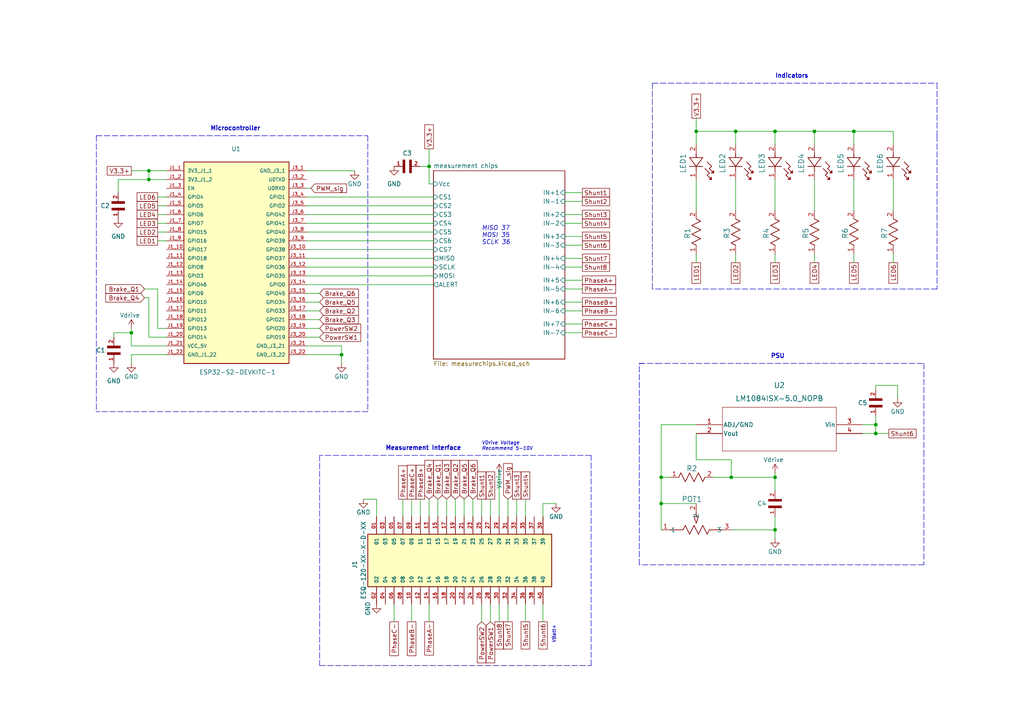
<source format=kicad_sch>
(kicad_sch (version 20230121) (generator eeschema)
  (paper "A4")
  (lib_symbols
    (symbol "3296Y-1-502LF:3296Y-1-502LF" (pin_names (offset 0.254))
      (property "Reference" "R" (at 10.795 -3.175 0))
      (property "Value" "3296Y-1-502LF" (at 10.795 -6.35 0))
      (symbol "3296Y-1-502LF_1_1"
        (polyline (pts (xy 2.54 0) (xy 6.35 0)) (stroke (width 0.2032)))
        (polyline (pts (xy 6.35 0) (xy 6.985 1.27)) (stroke (width 0.2032)))
        (polyline (pts (xy 6.985 1.27) (xy 8.255 -1.27)) (stroke (width 0.2032)))
        (polyline (pts (xy 8.255 -1.27) (xy 9.525 1.27)) (stroke (width 0.2032)))
        (polyline (pts (xy 9.525 1.27) (xy 10.795 -1.27)) (stroke (width 0.2032)))
        (polyline (pts (xy 9.525 3.81) (xy 10.16 1.905)) (stroke (width 0.2032)))
        (polyline (pts (xy 9.525 3.81) (xy 10.795 3.81)) (stroke (width 0.2032)))
        (polyline (pts (xy 10.16 3.81) (xy 10.16 5.08)) (stroke (width 0.2032)))
        (polyline (pts (xy 10.795 -1.27) (xy 12.065 1.27)) (stroke (width 0.2032)))
        (polyline (pts (xy 10.795 3.81) (xy 10.16 1.905)) (stroke (width 0.2032)))
        (polyline (pts (xy 12.065 1.27) (xy 13.335 -1.27)) (stroke (width 0.2032)))
        (polyline (pts (xy 13.335 -1.27) (xy 13.97 0)) (stroke (width 0.2032)))
        (polyline (pts (xy 13.97 0) (xy 17.78 0)) (stroke (width 0.2032)))
        (pin unspecified line (at 0 0 0) (length 2.54) (name "1") (number "1"))
        (pin unspecified line (at 10.16 7.62 270) (length 2.54) (name "2") (number "2"))
        (pin unspecified line (at 20.32 0 180) (length 2.54) (name "3") (number "3"))
      )
      (symbol "3296Y-1-502LF_1_2"
        (polyline (pts (xy -3.81 -10.795) (xy -3.81 -9.525)) (stroke (width 0.2032)))
        (polyline (pts (xy -3.81 -10.795) (xy -1.905 -10.16)) (stroke (width 0.2032)))
        (polyline (pts (xy -3.81 -10.16) (xy -5.08 -10.16)) (stroke (width 0.2032)))
        (polyline (pts (xy -3.81 -9.525) (xy -1.905 -10.16)) (stroke (width 0.2032)))
        (polyline (pts (xy -1.27 -13.335) (xy 1.27 -12.065)) (stroke (width 0.2032)))
        (polyline (pts (xy -1.27 -10.795) (xy 1.27 -9.525)) (stroke (width 0.2032)))
        (polyline (pts (xy -1.27 -8.255) (xy 1.27 -6.985)) (stroke (width 0.2032)))
        (polyline (pts (xy 0 -17.78) (xy 0 -13.97)) (stroke (width 0.2032)))
        (polyline (pts (xy 0 -13.97) (xy -1.27 -13.335)) (stroke (width 0.2032)))
        (polyline (pts (xy 0 -6.35) (xy 0 -2.54)) (stroke (width 0.2032)))
        (polyline (pts (xy 1.27 -12.065) (xy -1.27 -10.795)) (stroke (width 0.2032)))
        (polyline (pts (xy 1.27 -9.525) (xy -1.27 -8.255)) (stroke (width 0.2032)))
        (polyline (pts (xy 1.27 -6.985) (xy 0 -6.35)) (stroke (width 0.2032)))
        (pin unspecified line (at 0 0 270) (length 2.54) (name "1") (number "1"))
        (pin unspecified line (at -7.62 -10.16 0) (length 2.54) (name "2") (number "2"))
        (pin unspecified line (at 0 -20.32 90) (length 2.54) (name "3") (number "3"))
      )
    )
    (symbol "CRCW04021K00FKED:CRCW04021K00FKED" (pin_names (offset 0.254))
      (property "Reference" "R" (at 5.715 3.81 0))
      (property "Value" "CRCW04021K00FKED" (at 6.35 -3.81 0))
      (symbol "CRCW04021K00FKED_1_1"
        (polyline (pts (xy 2.54 0) (xy 3.175 1.27)) (stroke (width 0.2032)))
        (polyline (pts (xy 3.175 1.27) (xy 4.445 -1.27)) (stroke (width 0.2032)))
        (polyline (pts (xy 4.445 -1.27) (xy 5.715 1.27)) (stroke (width 0.2032)))
        (polyline (pts (xy 5.715 1.27) (xy 6.985 -1.27)) (stroke (width 0.2032)))
        (polyline (pts (xy 6.985 -1.27) (xy 8.255 1.27)) (stroke (width 0.2032)))
        (polyline (pts (xy 8.255 1.27) (xy 9.525 -1.27)) (stroke (width 0.2032)))
        (polyline (pts (xy 9.525 -1.27) (xy 10.16 0)) (stroke (width 0.2032)))
        (pin unspecified line (at 12.7 0 180) (length 2.54) (name "") (number "1"))
        (pin unspecified line (at 0 0 0) (length 2.54) (name "") (number "2"))
      )
      (symbol "CRCW04021K00FKED_1_2"
        (polyline (pts (xy -1.27 3.175) (xy 1.27 4.445)) (stroke (width 0.2032)))
        (polyline (pts (xy -1.27 5.715) (xy 1.27 6.985)) (stroke (width 0.2032)))
        (polyline (pts (xy -1.27 8.255) (xy 1.27 9.525)) (stroke (width 0.2032)))
        (polyline (pts (xy 0 2.54) (xy -1.27 3.175)) (stroke (width 0.2032)))
        (polyline (pts (xy 1.27 4.445) (xy -1.27 5.715)) (stroke (width 0.2032)))
        (polyline (pts (xy 1.27 6.985) (xy -1.27 8.255)) (stroke (width 0.2032)))
        (polyline (pts (xy 1.27 9.525) (xy 0 10.16)) (stroke (width 0.2032)))
        (pin unspecified line (at 0 12.7 270) (length 2.54) (name "") (number "1"))
        (pin unspecified line (at 0 0 90) (length 2.54) (name "") (number "2"))
      )
    )
    (symbol "ERJXGNJ560Y:ERJXGNJ560Y" (pin_names (offset 0.254))
      (property "Reference" "R" (at 5.715 3.81 0))
      (property "Value" "ERJXGNJ560Y" (at 6.35 -3.81 0))
      (symbol "ERJXGNJ560Y_1_1"
        (polyline (pts (xy 2.54 0) (xy 3.175 1.27)) (stroke (width 0.2032)))
        (polyline (pts (xy 3.175 1.27) (xy 4.445 -1.27)) (stroke (width 0.2032)))
        (polyline (pts (xy 4.445 -1.27) (xy 5.715 1.27)) (stroke (width 0.2032)))
        (polyline (pts (xy 5.715 1.27) (xy 6.985 -1.27)) (stroke (width 0.2032)))
        (polyline (pts (xy 6.985 -1.27) (xy 8.255 1.27)) (stroke (width 0.2032)))
        (polyline (pts (xy 8.255 1.27) (xy 9.525 -1.27)) (stroke (width 0.2032)))
        (polyline (pts (xy 9.525 -1.27) (xy 10.16 0)) (stroke (width 0.2032)))
        (pin unspecified line (at 0 0 0) (length 2.54) (name "") (number "1"))
        (pin unspecified line (at 12.7 0 180) (length 2.54) (name "") (number "2"))
      )
      (symbol "ERJXGNJ560Y_1_2"
        (polyline (pts (xy -1.27 3.175) (xy 1.27 4.445)) (stroke (width 0.2032)))
        (polyline (pts (xy -1.27 5.715) (xy 1.27 6.985)) (stroke (width 0.2032)))
        (polyline (pts (xy -1.27 8.255) (xy 1.27 9.525)) (stroke (width 0.2032)))
        (polyline (pts (xy 0 2.54) (xy -1.27 3.175)) (stroke (width 0.2032)))
        (polyline (pts (xy 1.27 4.445) (xy -1.27 5.715)) (stroke (width 0.2032)))
        (polyline (pts (xy 1.27 6.985) (xy -1.27 8.255)) (stroke (width 0.2032)))
        (polyline (pts (xy 1.27 9.525) (xy 0 10.16)) (stroke (width 0.2032)))
        (pin unspecified line (at 0 12.7 270) (length 2.54) (name "") (number "1"))
        (pin unspecified line (at 0 0 90) (length 2.54) (name "") (number "2"))
      )
    )
    (symbol "ESP32-S2-DEVKITC-1:ESP32-S2-DEVKITC-1" (pin_names (offset 1.016))
      (property "Reference" "U" (at -15.24 31.242 0))
      (property "Value" "ESP32-S2-DEVKITC-1" (at -15.24 -30.48 0))
      (symbol "ESP32-S2-DEVKITC-1_0_0"
        (rectangle (start -15.24 -27.94) (end 15.24 30.48) (stroke (width 0.254)) (fill (type background)))
        (pin power_in line (at -20.32 27.94 0) (length 5.08) (name "3V3_J1_1") (number "J1_1"))
        (pin bidirectional line (at -20.32 5.08 0) (length 5.08) (name "GPIO17") (number "J1_10"))
        (pin bidirectional line (at -20.32 2.54 0) (length 5.08) (name "GPIO18") (number "J1_11"))
        (pin bidirectional line (at -20.32 0 0) (length 5.08) (name "GPIO8") (number "J1_12"))
        (pin bidirectional line (at -20.32 -2.54 0) (length 5.08) (name "GPIO3") (number "J1_13"))
        (pin bidirectional line (at -20.32 -5.08 0) (length 5.08) (name "GPIO46") (number "J1_14"))
        (pin bidirectional line (at -20.32 -7.62 0) (length 5.08) (name "GPIO9") (number "J1_15"))
        (pin bidirectional line (at -20.32 -10.16 0) (length 5.08) (name "GPIO10") (number "J1_16"))
        (pin bidirectional line (at -20.32 -12.7 0) (length 5.08) (name "GPIO11") (number "J1_17"))
        (pin bidirectional line (at -20.32 -15.24 0) (length 5.08) (name "GPIO12") (number "J1_18"))
        (pin bidirectional line (at -20.32 -17.78 0) (length 5.08) (name "GPIO13") (number "J1_19"))
        (pin power_in line (at -20.32 25.4 0) (length 5.08) (name "3V3_J1_2") (number "J1_2"))
        (pin bidirectional line (at -20.32 -20.32 0) (length 5.08) (name "GPIO14") (number "J1_20"))
        (pin power_in line (at -20.32 -22.86 0) (length 5.08) (name "VCC_5V") (number "J1_21"))
        (pin power_in line (at -20.32 -25.4 0) (length 5.08) (name "GND_J1_22") (number "J1_22"))
        (pin input line (at -20.32 22.86 0) (length 5.08) (name "EN") (number "J1_3"))
        (pin bidirectional line (at -20.32 20.32 0) (length 5.08) (name "GPIO4") (number "J1_4"))
        (pin bidirectional line (at -20.32 17.78 0) (length 5.08) (name "GPIO5") (number "J1_5"))
        (pin bidirectional line (at -20.32 15.24 0) (length 5.08) (name "GPIO6") (number "J1_6"))
        (pin bidirectional line (at -20.32 12.7 0) (length 5.08) (name "GPIO7") (number "J1_7"))
        (pin bidirectional line (at -20.32 10.16 0) (length 5.08) (name "GPIO15") (number "J1_8"))
        (pin bidirectional line (at -20.32 7.62 0) (length 5.08) (name "GPIO16") (number "J1_9"))
        (pin power_in line (at 20.32 27.94 180) (length 5.08) (name "GND_J3_1") (number "J3_1"))
        (pin bidirectional line (at 20.32 5.08 180) (length 5.08) (name "GPIO38") (number "J3_10"))
        (pin bidirectional line (at 20.32 2.54 180) (length 5.08) (name "GPIO37") (number "J3_11"))
        (pin bidirectional line (at 20.32 0 180) (length 5.08) (name "GPIO36") (number "J3_12"))
        (pin bidirectional line (at 20.32 -2.54 180) (length 5.08) (name "GPIO35") (number "J3_13"))
        (pin bidirectional line (at 20.32 -5.08 180) (length 5.08) (name "GPIO0") (number "J3_14"))
        (pin bidirectional line (at 20.32 -7.62 180) (length 5.08) (name "GPIO45") (number "J3_15"))
        (pin bidirectional line (at 20.32 -10.16 180) (length 5.08) (name "GPIO34") (number "J3_16"))
        (pin bidirectional line (at 20.32 -12.7 180) (length 5.08) (name "GPIO33") (number "J3_17"))
        (pin bidirectional line (at 20.32 -15.24 180) (length 5.08) (name "GPIO21") (number "J3_18"))
        (pin bidirectional line (at 20.32 -17.78 180) (length 5.08) (name "GPIO20") (number "J3_19"))
        (pin bidirectional line (at 20.32 25.4 180) (length 5.08) (name "U0TXD") (number "J3_2"))
        (pin bidirectional line (at 20.32 -20.32 180) (length 5.08) (name "GPIO19") (number "J3_20"))
        (pin power_in line (at 20.32 -22.86 180) (length 5.08) (name "GND_J3_21") (number "J3_21"))
        (pin power_in line (at 20.32 -25.4 180) (length 5.08) (name "GND_J3_22") (number "J3_22"))
        (pin bidirectional line (at 20.32 22.86 180) (length 5.08) (name "U0RXD") (number "J3_3"))
        (pin bidirectional line (at 20.32 20.32 180) (length 5.08) (name "GPIO1") (number "J3_4"))
        (pin bidirectional line (at 20.32 17.78 180) (length 5.08) (name "GPIO2") (number "J3_5"))
        (pin bidirectional line (at 20.32 15.24 180) (length 5.08) (name "GPIO42") (number "J3_6"))
        (pin bidirectional line (at 20.32 12.7 180) (length 5.08) (name "GPIO41") (number "J3_7"))
        (pin bidirectional line (at 20.32 10.16 180) (length 5.08) (name "GPIO40") (number "J3_8"))
        (pin bidirectional line (at 20.32 7.62 180) (length 5.08) (name "GPIO39") (number "J3_9"))
      )
    )
    (symbol "ESQ-120-XX-X-D-XX:ESQ-120-XX-X-D-XX" (pin_names (offset 1.016))
      (property "Reference" "J" (at -7.62 26.162 0))
      (property "Value" "ESQ-120-XX-X-D-XX" (at -7.62 -30.48 0))
      (symbol "ESQ-120-XX-X-D-XX_0_0"
        (rectangle (start -7.62 -27.94) (end 7.62 25.4) (stroke (width 0.254)) (fill (type background)))
        (pin passive line (at -12.7 22.86 0) (length 5.08) (name "01") (number "01"))
        (pin passive line (at 12.7 22.86 180) (length 5.08) (name "02") (number "02"))
        (pin passive line (at -12.7 20.32 0) (length 5.08) (name "03") (number "03"))
        (pin passive line (at 12.7 20.32 180) (length 5.08) (name "04") (number "04"))
        (pin passive line (at -12.7 17.78 0) (length 5.08) (name "05") (number "05"))
        (pin passive line (at 12.7 17.78 180) (length 5.08) (name "06") (number "06"))
        (pin passive line (at -12.7 15.24 0) (length 5.08) (name "07") (number "07"))
        (pin passive line (at 12.7 15.24 180) (length 5.08) (name "08") (number "08"))
        (pin passive line (at -12.7 12.7 0) (length 5.08) (name "09") (number "09"))
        (pin passive line (at 12.7 12.7 180) (length 5.08) (name "10") (number "10"))
        (pin passive line (at -12.7 10.16 0) (length 5.08) (name "11") (number "11"))
        (pin passive line (at 12.7 10.16 180) (length 5.08) (name "12") (number "12"))
        (pin passive line (at -12.7 7.62 0) (length 5.08) (name "13") (number "13"))
        (pin passive line (at 12.7 7.62 180) (length 5.08) (name "14") (number "14"))
        (pin passive line (at -12.7 5.08 0) (length 5.08) (name "15") (number "15"))
        (pin passive line (at 12.7 5.08 180) (length 5.08) (name "16") (number "16"))
        (pin passive line (at -12.7 2.54 0) (length 5.08) (name "17") (number "17"))
        (pin passive line (at 12.7 2.54 180) (length 5.08) (name "18") (number "18"))
        (pin passive line (at -12.7 0 0) (length 5.08) (name "19") (number "19"))
        (pin passive line (at 12.7 0 180) (length 5.08) (name "20") (number "20"))
        (pin passive line (at -12.7 -2.54 0) (length 5.08) (name "21") (number "21"))
        (pin passive line (at 12.7 -2.54 180) (length 5.08) (name "22") (number "22"))
        (pin passive line (at -12.7 -5.08 0) (length 5.08) (name "23") (number "23"))
        (pin passive line (at 12.7 -5.08 180) (length 5.08) (name "24") (number "24"))
        (pin passive line (at -12.7 -7.62 0) (length 5.08) (name "25") (number "25"))
        (pin passive line (at 12.7 -7.62 180) (length 5.08) (name "26") (number "26"))
        (pin passive line (at -12.7 -10.16 0) (length 5.08) (name "27") (number "27"))
        (pin passive line (at 12.7 -10.16 180) (length 5.08) (name "28") (number "28"))
        (pin passive line (at -12.7 -12.7 0) (length 5.08) (name "29") (number "29"))
        (pin passive line (at 12.7 -12.7 180) (length 5.08) (name "30") (number "30"))
        (pin passive line (at -12.7 -15.24 0) (length 5.08) (name "31") (number "31"))
        (pin passive line (at 12.7 -15.24 180) (length 5.08) (name "32") (number "32"))
        (pin passive line (at -12.7 -17.78 0) (length 5.08) (name "33") (number "33"))
        (pin passive line (at 12.7 -17.78 180) (length 5.08) (name "34") (number "34"))
        (pin passive line (at -12.7 -20.32 0) (length 5.08) (name "35") (number "35"))
        (pin passive line (at 12.7 -20.32 180) (length 5.08) (name "36") (number "36"))
        (pin passive line (at -12.7 -22.86 0) (length 5.08) (name "37") (number "37"))
        (pin passive line (at 12.7 -22.86 180) (length 5.08) (name "38") (number "38"))
        (pin passive line (at -12.7 -25.4 0) (length 5.08) (name "39") (number "39"))
        (pin passive line (at 12.7 -25.4 180) (length 5.08) (name "40") (number "40"))
      )
    )
    (symbol "GRM32EC72A106KE05L:GRM32EC72A106KE05L" (pin_names (offset 1.016))
      (property "Reference" "C" (at 0 3.8109 0))
      (property "Value" "GRM32EC72A106KE05L" (at 0 -5.0885 0))
      (symbol "GRM32EC72A106KE05L_0_0"
        (rectangle (start 0 -1.9069) (end 0.635 1.905) (stroke (width 0.1)) (fill (type outline)))
        (rectangle (start 1.9069 -1.9069) (end 2.54 1.905) (stroke (width 0.1)) (fill (type outline)))
        (pin passive line (at -2.54 0 0) (length 2.54) (name "~") (number "1"))
        (pin passive line (at 5.08 0 180) (length 2.54) (name "~") (number "2"))
      )
    )
    (symbol "LM1084ISX:LM1084ISX-5.0_NOPB" (pin_names (offset 0.254))
      (property "Reference" "U" (at 24.13 10.16 0))
      (property "Value" "LM1084ISX-5.0/NOPB" (at 24.13 7.62 0))
      (symbol "LM1084ISX-5.0_NOPB_0_1"
        (polyline (pts (xy 7.62 -7.62) (xy 40.64 -7.62)) (stroke (width 0.127)))
        (polyline (pts (xy 7.62 5.08) (xy 7.62 -7.62)) (stroke (width 0.127)))
        (polyline (pts (xy 40.64 -7.62) (xy 40.64 5.08)) (stroke (width 0.127)))
        (polyline (pts (xy 40.64 5.08) (xy 7.62 5.08)) (stroke (width 0.127)))
        (pin passive line (at 0 0 0) (length 7.62) (name "ADJ/GND") (number "1"))
        (pin output line (at 0 -2.54 0) (length 7.62) (name "Vout") (number "2"))
        (pin input line (at 48.26 0 180) (length 7.62) (name "Vin") (number "3"))
        (pin unspecified line (at 48.26 -2.54 180) (length 7.62) (name "") (number "4"))
      )
    )
    (symbol "XZMG56W:XZMG56W" (pin_names (offset 0.254))
      (property "Reference" "LED" (at 5.08 -4.445 0))
      (property "Value" "XZMG56W" (at 5.08 -7.62 0))
      (symbol "XZMG56W_1_1"
        (polyline (pts (xy 2.54 0) (xy 3.4798 0)) (stroke (width 0.2032)))
        (polyline (pts (xy 3.175 0) (xy 3.81 0)) (stroke (width 0.2032)))
        (polyline (pts (xy 3.81 -1.905) (xy 6.35 0)) (stroke (width 0.2032)))
        (polyline (pts (xy 3.81 1.905) (xy 3.81 -1.905)) (stroke (width 0.2032)))
        (polyline (pts (xy 5.08 3.175) (xy 6.35 4.445)) (stroke (width 0.2032)))
        (polyline (pts (xy 6.35 -1.905) (xy 6.35 1.905)) (stroke (width 0.2032)))
        (polyline (pts (xy 6.35 0) (xy 3.81 1.905)) (stroke (width 0.2032)))
        (polyline (pts (xy 6.35 0) (xy 7.62 0)) (stroke (width 0.2032)))
        (polyline (pts (xy 6.35 4.445) (xy 6.985 3.81)) (stroke (width 0.2032)))
        (polyline (pts (xy 6.985 2.54) (xy 8.255 3.81)) (stroke (width 0.2032)))
        (polyline (pts (xy 6.985 3.81) (xy 8.255 5.08)) (stroke (width 0.2032)))
        (polyline (pts (xy 7.62 5.08) (xy 8.255 4.445)) (stroke (width 0.2032)))
        (polyline (pts (xy 8.255 3.81) (xy 8.89 3.175)) (stroke (width 0.2032)))
        (polyline (pts (xy 8.255 4.445) (xy 8.255 5.08)) (stroke (width 0.2032)))
        (polyline (pts (xy 8.255 5.08) (xy 7.62 5.08)) (stroke (width 0.2032)))
        (polyline (pts (xy 8.89 3.175) (xy 10.16 4.445)) (stroke (width 0.2032)))
        (polyline (pts (xy 9.525 4.445) (xy 10.16 3.81)) (stroke (width 0.2032)))
        (polyline (pts (xy 10.16 3.81) (xy 10.16 4.445)) (stroke (width 0.2032)))
        (polyline (pts (xy 10.16 4.445) (xy 9.525 4.445)) (stroke (width 0.2032)))
        (pin unspecified line (at 10.16 0 180) (length 2.54) (name "") (number "1"))
        (pin unspecified line (at 0 0 0) (length 2.54) (name "") (number "2"))
      )
      (symbol "XZMG56W_1_2"
        (polyline (pts (xy -5.08 7.62) (xy -4.445 8.255)) (stroke (width 0.2032)))
        (polyline (pts (xy -5.08 8.255) (xy -5.08 7.62)) (stroke (width 0.2032)))
        (polyline (pts (xy -4.445 6.35) (xy -3.81 6.985)) (stroke (width 0.2032)))
        (polyline (pts (xy -4.445 8.255) (xy -5.08 8.255)) (stroke (width 0.2032)))
        (polyline (pts (xy -4.445 9.525) (xy -3.81 10.16)) (stroke (width 0.2032)))
        (polyline (pts (xy -4.445 10.16) (xy -4.445 9.525)) (stroke (width 0.2032)))
        (polyline (pts (xy -3.81 6.985) (xy -5.08 8.255)) (stroke (width 0.2032)))
        (polyline (pts (xy -3.81 8.255) (xy -3.175 8.89)) (stroke (width 0.2032)))
        (polyline (pts (xy -3.81 10.16) (xy -4.445 10.16)) (stroke (width 0.2032)))
        (polyline (pts (xy -3.175 5.08) (xy -4.445 6.35)) (stroke (width 0.2032)))
        (polyline (pts (xy -3.175 8.89) (xy -4.445 10.16)) (stroke (width 0.2032)))
        (polyline (pts (xy -2.54 6.985) (xy -3.81 8.255)) (stroke (width 0.2032)))
        (polyline (pts (xy -1.905 3.81) (xy 1.905 3.81)) (stroke (width 0.2032)))
        (polyline (pts (xy 0 2.54) (xy 0 3.4798)) (stroke (width 0.2032)))
        (polyline (pts (xy 0 3.175) (xy 0 3.81)) (stroke (width 0.2032)))
        (polyline (pts (xy 0 6.35) (xy -1.905 3.81)) (stroke (width 0.2032)))
        (polyline (pts (xy 0 6.35) (xy 0 7.62)) (stroke (width 0.2032)))
        (polyline (pts (xy 1.905 3.81) (xy 0 6.35)) (stroke (width 0.2032)))
        (polyline (pts (xy 1.905 6.35) (xy -1.905 6.35)) (stroke (width 0.2032)))
        (pin unspecified line (at 0 10.16 270) (length 2.54) (name "") (number "1"))
        (pin unspecified line (at 0 0 90) (length 2.54) (name "") (number "2"))
      )
    )
    (symbol "power:GND" (power) (pin_names (offset 0))
      (property "Value" "GND" (at 0 -3.81 0))
      (symbol "GND_0_1"
        (polyline (pts (xy 0 0) (xy 0 -1.27) (xy 1.27 -1.27) (xy 0 -2.54) (xy -1.27 -1.27) (xy 0 -1.27)))
      )
      (symbol "GND_1_1"
        (pin power_in line (at 0 0 270) (length 0) hide (name "GND") (number "1"))
      )
    )
    (symbol "power:Vdrive" (power) (pin_names (offset 0))
      (property "Value" "Vdrive" (at 0 3.81 0))
      (symbol "Vdrive_0_1"
        (polyline (pts (xy -0.762 1.27) (xy 0 2.54)))
        (polyline (pts (xy 0 0) (xy 0 2.54)))
        (polyline (pts (xy 0 2.54) (xy 0.762 1.27)))
      )
      (symbol "Vdrive_1_1"
        (pin power_in line (at 0 0 90) (length 0) hide (name "Vdrive") (number "1"))
      )
    )
  )
  (junction (at 201.93 38.1))
  (junction (at 254 123.19))
  (junction (at 213.36 38.1))
  (junction (at 191.77 146.05))
  (junction (at 124.46 48.26))
  (junction (at 224.79 153.67))
  (junction (at 236.22 38.1))
  (junction (at 38.1 96.52))
  (junction (at 43.18 49.53))
  (junction (at 254 125.73))
  (junction (at 224.79 138.43))
  (junction (at 191.77 138.43))
  (junction (at 224.79 38.1))
  (junction (at 247.65 38.1))
  (junction (at 212.09 138.43))
  (junction (at 99.06 102.87))
  (junction (at 43.18 52.07))
  (wire (pts (xy 224.79 138.43) (xy 224.79 142.24)))
  (wire (pts (xy 121.92 144.78) (xy 121.92 149.86)))
  (wire (pts (xy 168.91 64.77) (xy 163.83 64.77)))
  (polyline (pts (xy 271.78 39.37) (xy 271.78 83.82)) (stroke (width 0) (type dash)))
  (wire (pts (xy 191.77 146.05) (xy 201.93 146.05)))
  (wire (pts (xy 34.29 52.07) (xy 43.18 52.07)))
  (wire (pts (xy 88.9 64.77) (xy 125.73 64.77)))
  (polyline (pts (xy 267.97 130.81) (xy 267.97 163.83)) (stroke (width 0) (type dash)))
  (polyline (pts (xy 171.45 193.04) (xy 171.45 132.08)) (stroke (width 0) (type dash)))
  (wire (pts (xy 88.9 67.31) (xy 125.73 67.31)))
  (wire (pts (xy 191.77 123.19) (xy 201.93 123.19)))
  (wire (pts (xy 168.91 90.17) (xy 163.83 90.17)))
  (wire (pts (xy 168.91 55.88) (xy 163.83 55.88)))
  (wire (pts (xy 114.3 175.26) (xy 114.3 180.34)))
  (wire (pts (xy 99.06 105.41) (xy 99.06 102.87)))
  (wire (pts (xy 142.24 175.26) (xy 142.24 180.34)))
  (wire (pts (xy 88.9 69.85) (xy 125.73 69.85)))
  (wire (pts (xy 124.46 48.26) (xy 124.46 53.34)))
  (wire (pts (xy 254 111.76) (xy 254 113.03)))
  (wire (pts (xy 212.09 153.67) (xy 224.79 153.67)))
  (wire (pts (xy 43.18 49.53) (xy 48.26 49.53)))
  (wire (pts (xy 124.46 43.18) (xy 124.46 48.26)))
  (wire (pts (xy 224.79 149.86) (xy 224.79 153.67)))
  (wire (pts (xy 224.79 73.66) (xy 224.79 76.2)))
  (wire (pts (xy 247.65 41.91) (xy 247.65 38.1)))
  (wire (pts (xy 224.79 153.67) (xy 224.79 156.21)))
  (wire (pts (xy 213.36 38.1) (xy 201.93 38.1)))
  (polyline (pts (xy 185.42 105.41) (xy 190.5 105.41)) (stroke (width 0) (type dash)))
  (wire (pts (xy 45.72 64.77) (xy 48.26 64.77)))
  (wire (pts (xy 88.9 72.39) (xy 125.73 72.39)))
  (polyline (pts (xy 271.78 24.13) (xy 271.78 39.37)) (stroke (width 0) (type dash)))
  (wire (pts (xy 224.79 137.16) (xy 224.79 138.43)))
  (wire (pts (xy 147.32 175.26) (xy 147.32 180.34)))
  (wire (pts (xy 88.9 95.25) (xy 92.71 95.25)))
  (wire (pts (xy 90.17 54.61) (xy 88.9 54.61)))
  (polyline (pts (xy 171.45 132.08) (xy 92.71 132.08)) (stroke (width 0) (type dash)))
  (wire (pts (xy 38.1 102.87) (xy 48.26 102.87)))
  (wire (pts (xy 88.9 77.47) (xy 125.73 77.47)))
  (polyline (pts (xy 185.42 105.41) (xy 186.69 105.41)) (stroke (width 0) (type dash)))
  (wire (pts (xy 157.48 175.26) (xy 157.48 180.34)))
  (wire (pts (xy 259.08 41.91) (xy 259.08 38.1)))
  (polyline (pts (xy 27.94 39.37) (xy 106.68 39.37)) (stroke (width 0) (type dash)))
  (wire (pts (xy 168.91 81.28) (xy 163.83 81.28)))
  (wire (pts (xy 38.1 95.25) (xy 38.1 96.52)))
  (wire (pts (xy 88.9 62.23) (xy 125.73 62.23)))
  (wire (pts (xy 88.9 57.15) (xy 125.73 57.15)))
  (wire (pts (xy 212.09 138.43) (xy 224.79 138.43)))
  (wire (pts (xy 260.35 115.57) (xy 260.35 111.76)))
  (wire (pts (xy 168.91 68.58) (xy 163.83 68.58)))
  (wire (pts (xy 168.91 83.82) (xy 163.83 83.82)))
  (wire (pts (xy 236.22 41.91) (xy 236.22 38.1)))
  (wire (pts (xy 152.4 175.26) (xy 152.4 180.34)))
  (wire (pts (xy 43.18 97.79) (xy 48.26 97.79)))
  (polyline (pts (xy 267.97 163.83) (xy 185.42 163.83)) (stroke (width 0) (type dash)))
  (polyline (pts (xy 92.71 132.08) (xy 92.71 193.04)) (stroke (width 0) (type dash)))
  (wire (pts (xy 99.06 100.33) (xy 99.06 102.87)))
  (wire (pts (xy 201.93 34.29) (xy 201.93 38.1)))
  (wire (pts (xy 168.91 87.63) (xy 163.83 87.63)))
  (wire (pts (xy 212.09 133.35) (xy 201.93 133.35)))
  (wire (pts (xy 247.65 38.1) (xy 236.22 38.1)))
  (wire (pts (xy 43.18 52.07) (xy 43.18 49.53)))
  (wire (pts (xy 212.09 138.43) (xy 207.01 138.43)))
  (wire (pts (xy 191.77 138.43) (xy 191.77 146.05)))
  (polyline (pts (xy 189.23 24.13) (xy 189.23 39.37)) (stroke (width 0) (type dash)))
  (wire (pts (xy 224.79 38.1) (xy 213.36 38.1)))
  (wire (pts (xy 88.9 87.63) (xy 92.71 87.63)))
  (wire (pts (xy 161.29 146.05) (xy 157.48 146.05)))
  (polyline (pts (xy 267.97 105.41) (xy 267.97 130.81)) (stroke (width 0) (type dash)))
  (wire (pts (xy 201.93 52.07) (xy 201.93 60.96)))
  (wire (pts (xy 236.22 52.07) (xy 236.22 60.96)))
  (wire (pts (xy 191.77 146.05) (xy 191.77 153.67)))
  (wire (pts (xy 88.9 59.69) (xy 125.73 59.69)))
  (wire (pts (xy 152.4 144.78) (xy 152.4 149.86)))
  (wire (pts (xy 119.38 175.26) (xy 119.38 180.34)))
  (wire (pts (xy 105.41 144.78) (xy 109.22 144.78)))
  (wire (pts (xy 259.08 38.1) (xy 247.65 38.1)))
  (wire (pts (xy 132.08 144.78) (xy 132.08 149.86)))
  (wire (pts (xy 236.22 73.66) (xy 236.22 76.2)))
  (wire (pts (xy 213.36 73.66) (xy 213.36 76.2)))
  (wire (pts (xy 168.91 71.12) (xy 163.83 71.12)))
  (wire (pts (xy 129.54 144.78) (xy 129.54 149.86)))
  (wire (pts (xy 142.24 144.78) (xy 142.24 149.86)))
  (polyline (pts (xy 185.42 163.83) (xy 185.42 130.81)) (stroke (width 0) (type dash)))
  (wire (pts (xy 147.32 144.78) (xy 147.32 149.86)))
  (wire (pts (xy 88.9 97.79) (xy 92.71 97.79)))
  (wire (pts (xy 124.46 175.26) (xy 124.46 180.34)))
  (wire (pts (xy 88.9 82.55) (xy 125.73 82.55)))
  (wire (pts (xy 144.78 175.26) (xy 144.78 180.34)))
  (wire (pts (xy 38.1 49.53) (xy 43.18 49.53)))
  (wire (pts (xy 45.72 83.82) (xy 41.91 83.82)))
  (wire (pts (xy 88.9 49.53) (xy 102.87 49.53)))
  (wire (pts (xy 45.72 57.15) (xy 48.26 57.15)))
  (wire (pts (xy 191.77 138.43) (xy 194.31 138.43)))
  (polyline (pts (xy 27.94 39.37) (xy 27.94 119.38)) (stroke (width 0) (type dash)))
  (wire (pts (xy 88.9 90.17) (xy 92.71 90.17)))
  (wire (pts (xy 88.9 74.93) (xy 125.73 74.93)))
  (wire (pts (xy 260.35 111.76) (xy 254 111.76)))
  (wire (pts (xy 168.91 62.23) (xy 163.83 62.23)))
  (wire (pts (xy 43.18 86.36) (xy 43.18 97.79)))
  (wire (pts (xy 45.72 95.25) (xy 45.72 83.82)))
  (polyline (pts (xy 92.71 193.04) (xy 171.45 193.04)) (stroke (width 0) (type dash)))
  (wire (pts (xy 38.1 100.33) (xy 48.26 100.33)))
  (wire (pts (xy 125.73 53.34) (xy 124.46 53.34)))
  (polyline (pts (xy 189.23 83.82) (xy 189.23 39.37)) (stroke (width 0) (type dash)))
  (wire (pts (xy 254 120.65) (xy 254 123.19)))
  (polyline (pts (xy 190.5 105.41) (xy 267.97 105.41)) (stroke (width 0) (type dash)))
  (wire (pts (xy 250.19 123.19) (xy 254 123.19)))
  (wire (pts (xy 247.65 52.07) (xy 247.65 60.96)))
  (wire (pts (xy 157.48 146.05) (xy 157.48 149.86)))
  (wire (pts (xy 168.91 93.98) (xy 163.83 93.98)))
  (wire (pts (xy 201.93 38.1) (xy 201.93 41.91)))
  (wire (pts (xy 247.65 73.66) (xy 247.65 76.2)))
  (polyline (pts (xy 106.68 39.37) (xy 106.68 119.38)) (stroke (width 0) (type dash)))
  (wire (pts (xy 45.72 59.69) (xy 48.26 59.69)))
  (wire (pts (xy 139.7 144.78) (xy 139.7 149.86)))
  (polyline (pts (xy 185.42 130.81) (xy 185.42 105.41)) (stroke (width 0) (type dash)))
  (wire (pts (xy 33.02 97.79) (xy 33.02 96.52)))
  (wire (pts (xy 109.22 144.78) (xy 109.22 149.86)))
  (wire (pts (xy 254 125.73) (xy 257.81 125.73)))
  (wire (pts (xy 45.72 67.31) (xy 48.26 67.31)))
  (wire (pts (xy 168.91 74.93) (xy 163.83 74.93)))
  (wire (pts (xy 88.9 85.09) (xy 92.71 85.09)))
  (wire (pts (xy 213.36 38.1) (xy 213.36 41.91)))
  (wire (pts (xy 259.08 73.66) (xy 259.08 76.2)))
  (wire (pts (xy 137.16 144.78) (xy 137.16 149.86)))
  (wire (pts (xy 168.91 58.42) (xy 163.83 58.42)))
  (wire (pts (xy 41.91 86.36) (xy 43.18 86.36)))
  (wire (pts (xy 191.77 123.19) (xy 191.77 138.43)))
  (wire (pts (xy 201.93 73.66) (xy 201.93 76.2)))
  (wire (pts (xy 119.38 144.78) (xy 119.38 149.86)))
  (polyline (pts (xy 271.78 83.82) (xy 189.23 83.82)) (stroke (width 0) (type dash)))
  (wire (pts (xy 45.72 62.23) (xy 48.26 62.23)))
  (wire (pts (xy 38.1 96.52) (xy 38.1 100.33)))
  (wire (pts (xy 34.29 55.88) (xy 34.29 52.07)))
  (wire (pts (xy 38.1 105.41) (xy 38.1 102.87)))
  (wire (pts (xy 201.93 133.35) (xy 201.93 125.73)))
  (wire (pts (xy 88.9 80.01) (xy 125.73 80.01)))
  (wire (pts (xy 224.79 52.07) (xy 224.79 60.96)))
  (wire (pts (xy 250.19 125.73) (xy 254 125.73)))
  (wire (pts (xy 121.92 48.26) (xy 124.46 48.26)))
  (wire (pts (xy 33.02 96.52) (xy 38.1 96.52)))
  (wire (pts (xy 134.62 144.78) (xy 134.62 149.86)))
  (wire (pts (xy 88.9 100.33) (xy 99.06 100.33)))
  (wire (pts (xy 259.08 52.07) (xy 259.08 60.96)))
  (wire (pts (xy 139.7 175.26) (xy 139.7 180.34)))
  (wire (pts (xy 149.86 144.78) (xy 149.86 149.86)))
  (wire (pts (xy 99.06 102.87) (xy 88.9 102.87)))
  (wire (pts (xy 254 123.19) (xy 254 125.73)))
  (wire (pts (xy 88.9 92.71) (xy 92.71 92.71)))
  (wire (pts (xy 45.72 69.85) (xy 48.26 69.85)))
  (wire (pts (xy 144.78 137.16) (xy 144.78 149.86)))
  (polyline (pts (xy 106.68 119.38) (xy 27.94 119.38)) (stroke (width 0) (type dash)))
  (wire (pts (xy 127 144.78) (xy 127 149.86)))
  (wire (pts (xy 116.84 144.78) (xy 116.84 149.86)))
  (wire (pts (xy 168.91 77.47) (xy 163.83 77.47)))
  (wire (pts (xy 48.26 95.25) (xy 45.72 95.25)))
  (wire (pts (xy 212.09 138.43) (xy 212.09 133.35)))
  (wire (pts (xy 124.46 144.78) (xy 124.46 149.86)))
  (wire (pts (xy 224.79 38.1) (xy 224.79 41.91)))
  (wire (pts (xy 224.79 38.1) (xy 236.22 38.1)))
  (wire (pts (xy 168.91 96.52) (xy 163.83 96.52)))
  (polyline (pts (xy 189.23 24.13) (xy 271.78 24.13)) (stroke (width 0) (type dash)))
  (wire (pts (xy 213.36 52.07) (xy 213.36 60.96)))
  (wire (pts (xy 48.26 52.07) (xy 43.18 52.07)))
  (text "Indicators" (at 224.79 22.86 0) (effects (font (size 1.27 1.27) bold) (justify left bottom)))
  (text "VDrive Voltage\nRecommend 5-10V" (at 139.7 130.81 0) (effects (font (size 1 1) italic) (justify left bottom)))
  (text "Microcontroller\n" (at 60.96 38.1 0) (effects (font (size 1.27 1.27) bold) (justify left bottom)))
  (text "MISO 37\nMOSI 35\nSCLK 36" (at 139.7 71.12 0) (effects (font (size 1.27 1.27) italic) (justify left bottom)))
  (text "Measurement Interface" (at 111.76 130.81 0) (effects (font (size 1.27 1.27) bold) (justify left bottom)))
  (text "VBatt+" (at 161.29 186.69 90) (effects (font (size 1 1) italic) (justify left bottom)))
  (text "PSU" (at 223.52 104.14 0) (effects (font (size 1.27 1.27) bold) (justify left bottom)))
  (global_label "PhaseA-" (shape passive) (at 124.46 180.34 270) (property "Intersheetrefs" "${INTERSHEET_REFS}" (effects hide)))
  (global_label "Shunt6" (shape passive) (at 257.81 125.73 0) (property "Intersheetrefs" "${INTERSHEET_REFS}" (effects hide)))
  (global_label "LED1" (shape passive) (at 45.72 69.85 180) (property "Intersheetrefs" "${INTERSHEET_REFS}" (effects hide)))
  (global_label "LED6" (shape passive) (at 259.08 76.2 270) (property "Intersheetrefs" "${INTERSHEET_REFS}" (effects hide)))
  (global_label "Shunt3" (shape passive) (at 149.86 144.78 90) (property "Intersheetrefs" "${INTERSHEET_REFS}" (effects hide)))
  (global_label "V3.3+" (shape passive) (at 201.93 34.29 90) (property "Intersheetrefs" "${INTERSHEET_REFS}" (effects hide)))
  (global_label "Brake_Q5" (shape input) (at 92.71 87.63 0) (property "Intersheetrefs" "${INTERSHEET_REFS}" (effects hide)))
  (global_label "Brake_Q6" (shape input) (at 92.71 85.09 0) (property "Intersheetrefs" "${INTERSHEET_REFS}" (effects hide)))
  (global_label "V3.3+" (shape passive) (at 38.1 49.53 180) (property "Intersheetrefs" "${INTERSHEET_REFS}" (effects hide)))
  (global_label "Shunt1" (shape passive) (at 139.7 144.78 90) (property "Intersheetrefs" "${INTERSHEET_REFS}" (effects hide)))
  (global_label "LED5" (shape passive) (at 247.65 76.2 270) (property "Intersheetrefs" "${INTERSHEET_REFS}" (effects hide)))
  (global_label "PhaseB+" (shape passive) (at 121.92 144.78 90) (property "Intersheetrefs" "${INTERSHEET_REFS}" (effects hide)))
  (global_label "LED4" (shape passive) (at 45.72 62.23 180) (property "Intersheetrefs" "${INTERSHEET_REFS}" (effects hide)))
  (global_label "PhaseC+" (shape passive) (at 168.91 93.98 0) (property "Intersheetrefs" "${INTERSHEET_REFS}" (effects hide)))
  (global_label "Brake_Q4" (shape input) (at 41.91 86.36 180) (property "Intersheetrefs" "${INTERSHEET_REFS}" (effects hide)))
  (global_label "LED2" (shape passive) (at 45.72 67.31 180) (property "Intersheetrefs" "${INTERSHEET_REFS}" (effects hide)))
  (global_label "Brake_Q1" (shape input) (at 41.91 83.82 180) (property "Intersheetrefs" "${INTERSHEET_REFS}" (effects hide)))
  (global_label "LED4" (shape passive) (at 236.22 76.2 270) (property "Intersheetrefs" "${INTERSHEET_REFS}" (effects hide)))
  (global_label "PhaseA+" (shape passive) (at 168.91 81.28 0) (property "Intersheetrefs" "${INTERSHEET_REFS}" (effects hide)))
  (global_label "PowerSW2" (shape input) (at 139.7 180.34 270) (property "Intersheetrefs" "${INTERSHEET_REFS}" (effects hide)))
  (global_label "Shunt5" (shape passive) (at 152.4 180.34 270) (property "Intersheetrefs" "${INTERSHEET_REFS}" (effects hide)))
  (global_label "PowerSW1" (shape input) (at 92.71 97.79 0) (property "Intersheetrefs" "${INTERSHEET_REFS}" (effects hide)))
  (global_label "PWM_sig" (shape input) (at 147.32 144.78 90) (property "Intersheetrefs" "${INTERSHEET_REFS}" (effects hide)))
  (global_label "Shunt4" (shape passive) (at 168.91 64.77 0) (property "Intersheetrefs" "${INTERSHEET_REFS}" (effects hide)))
  (global_label "Brake_Q4" (shape input) (at 124.46 144.78 90) (property "Intersheetrefs" "${INTERSHEET_REFS}" (effects hide)))
  (global_label "PhaseC-" (shape passive) (at 114.3 180.34 270) (property "Intersheetrefs" "${INTERSHEET_REFS}" (effects hide)))
  (global_label "Brake_Q1" (shape input) (at 127 144.78 90) (property "Intersheetrefs" "${INTERSHEET_REFS}" (effects hide)))
  (global_label "Brake_Q2" (shape input) (at 132.08 144.78 90) (property "Intersheetrefs" "${INTERSHEET_REFS}" (effects hide)))
  (global_label "PowerSW2" (shape input) (at 92.71 95.25 0) (property "Intersheetrefs" "${INTERSHEET_REFS}" (effects hide)))
  (global_label "PhaseB-" (shape passive) (at 168.91 90.17 0) (property "Intersheetrefs" "${INTERSHEET_REFS}" (effects hide)))
  (global_label "PhaseB-" (shape passive) (at 119.38 180.34 270) (property "Intersheetrefs" "${INTERSHEET_REFS}" (effects hide)))
  (global_label "LED5" (shape passive) (at 45.72 59.69 180) (property "Intersheetrefs" "${INTERSHEET_REFS}" (effects hide)))
  (global_label "Brake_Q5" (shape input) (at 134.62 144.78 90) (property "Intersheetrefs" "${INTERSHEET_REFS}" (effects hide)))
  (global_label "LED2" (shape passive) (at 213.36 76.2 270) (property "Intersheetrefs" "${INTERSHEET_REFS}" (effects hide)))
  (global_label "Shunt6" (shape passive) (at 168.91 71.12 0) (property "Intersheetrefs" "${INTERSHEET_REFS}" (effects hide)))
  (global_label "Shunt2" (shape passive) (at 142.24 144.78 90) (property "Intersheetrefs" "${INTERSHEET_REFS}" (effects hide)))
  (global_label "PhaseC+" (shape passive) (at 119.38 144.78 90) (property "Intersheetrefs" "${INTERSHEET_REFS}" (effects hide)))
  (global_label "Brake_Q3" (shape input) (at 129.54 144.78 90) (property "Intersheetrefs" "${INTERSHEET_REFS}" (effects hide)))
  (global_label "Shunt8" (shape passive) (at 144.78 180.34 270) (property "Intersheetrefs" "${INTERSHEET_REFS}" (effects hide)))
  (global_label "PhaseC-" (shape passive) (at 168.91 96.52 0) (property "Intersheetrefs" "${INTERSHEET_REFS}" (effects hide)))
  (global_label "PowerSW1" (shape input) (at 142.24 180.34 270) (property "Intersheetrefs" "${INTERSHEET_REFS}" (effects hide)))
  (global_label "LED6" (shape passive) (at 45.72 57.15 180) (property "Intersheetrefs" "${INTERSHEET_REFS}" (effects hide)))
  (global_label "Shunt4" (shape passive) (at 152.4 144.78 90) (property "Intersheetrefs" "${INTERSHEET_REFS}" (effects hide)))
  (global_label "Brake_Q6" (shape input) (at 137.16 144.78 90) (property "Intersheetrefs" "${INTERSHEET_REFS}" (effects hide)))
  (global_label "Brake_Q2" (shape input) (at 92.71 90.17 0) (property "Intersheetrefs" "${INTERSHEET_REFS}" (effects hide)))
  (global_label "Shunt7" (shape passive) (at 147.32 180.34 270) (property "Intersheetrefs" "${INTERSHEET_REFS}" (effects hide)))
  (global_label "PWM_sig" (shape input) (at 90.17 54.61 0) (property "Intersheetrefs" "${INTERSHEET_REFS}" (effects hide)))
  (global_label "Shunt8" (shape passive) (at 168.91 77.47 0) (property "Intersheetrefs" "${INTERSHEET_REFS}" (effects hide)))
  (global_label "LED1" (shape passive) (at 201.93 76.2 270) (property "Intersheetrefs" "${INTERSHEET_REFS}" (effects hide)))
  (global_label "PhaseA+" (shape passive) (at 116.84 144.78 90) (property "Intersheetrefs" "${INTERSHEET_REFS}" (effects hide)))
  (global_label "LED3" (shape passive) (at 45.72 64.77 180) (property "Intersheetrefs" "${INTERSHEET_REFS}" (effects hide)))
  (global_label "Shunt3" (shape passive) (at 168.91 62.23 0) (property "Intersheetrefs" "${INTERSHEET_REFS}" (effects hide)))
  (global_label "Shunt6" (shape passive) (at 157.48 180.34 270) (property "Intersheetrefs" "${INTERSHEET_REFS}" (effects hide)))
  (global_label "Brake_Q3" (shape input) (at 92.71 92.71 0) (property "Intersheetrefs" "${INTERSHEET_REFS}" (effects hide)))
  (global_label "LED3" (shape passive) (at 224.79 76.2 270) (property "Intersheetrefs" "${INTERSHEET_REFS}" (effects hide)))
  (global_label "PhaseB+" (shape passive) (at 168.91 87.63 0) (property "Intersheetrefs" "${INTERSHEET_REFS}" (effects hide)))
  (global_label "Shunt5" (shape passive) (at 168.91 68.58 0) (property "Intersheetrefs" "${INTERSHEET_REFS}" (effects hide)))
  (global_label "V3.3+" (shape passive) (at 124.46 43.18 90) (property "Intersheetrefs" "${INTERSHEET_REFS}" (effects hide)))
  (global_label "PhaseA-" (shape passive) (at 168.91 83.82 0) (property "Intersheetrefs" "${INTERSHEET_REFS}" (effects hide)))
  (global_label "Shunt7" (shape passive) (at 168.91 74.93 0) (property "Intersheetrefs" "${INTERSHEET_REFS}" (effects hide)))
  (global_label "Shunt2" (shape passive) (at 168.91 58.42 0) (property "Intersheetrefs" "${INTERSHEET_REFS}" (effects hide)))
  (global_label "Shunt1" (shape passive) (at 168.91 55.88 0) (property "Intersheetrefs" "${INTERSHEET_REFS}" (effects hide)))
  (symbol (lib_id "power:GND") (at 33.02 105.41 0) (unit 1)
    (property "Reference" "#PWR01" (effects hide))
    (property "Value" "GND" (at 33.02 110.49 0))
  )
  (symbol (lib_id "power:GND") (at 99.06 105.41 0) (unit 1)
    (property "Reference" "#PWR06" (effects hide))
    (property "Value" "GND" (at 99.06 109.22 0))
  )
  (symbol (lib_id "GRM32EC72A106KE05L:GRM32EC72A106KE05L") (at 116.84 48.26 0) (unit 1)
    (property "Reference" "C3" (at 118.11 44.45 0))
    (property "Value" "GRM32EC72A106KE05L" (effects hide))
    (property "Footprint" "footprints:CAPC3225X270N" (effects hide))
  )
  (symbol (lib_id "XZMG56W:XZMG56W") (at 247.65 41.91 270) (unit 1)
    (property "Reference" "LED5" (at 243.84 44.45 0) (effects (font (size 1.524 1.524)) (justify left)))
    (property "Value" "XZMG56W" (effects hide))
    (property "Footprint" "footprints:LED_XZMG56W_SLD" (effects hide))
    (property "Datasheet" "XZMG56W" (effects hide))
  )
  (symbol (lib_id "ERJXGNJ560Y:ERJXGNJ560Y") (at 247.65 73.66 90) (unit 1)
    (property "Reference" "R6" (at 245.11 66.04 0) (effects (font (size 1.524 1.524)) (justify right)))
    (property "Value" "ERJXGNJ560Y" (effects hide))
    (property "Footprint" "ERJXGN_RCD" (effects hide))
    (property "Datasheet" "ERJXGNJ560Y" (effects hide))
  )
  (symbol (lib_id "ERJXGNJ560Y:ERJXGNJ560Y") (at 213.36 73.66 90) (unit 1)
    (property "Reference" "R3" (at 210.82 66.04 0) (effects (font (size 1.524 1.524)) (justify right)))
    (property "Value" "ERJXGNJ560Y" (effects hide))
    (property "Footprint" "ERJXGN_RCD" (effects hide))
    (property "Datasheet" "ERJXGNJ560Y" (effects hide))
  )
  (symbol (lib_id "power:GND") (at 260.35 115.57 0) (unit 1)
    (property "Reference" "#PWR015" (effects hide))
    (property "Value" "GND" (at 260.35 119.38 0))
  )
  (symbol (lib_id "ERJXGNJ560Y:ERJXGNJ560Y") (at 224.79 73.66 90) (unit 1)
    (property "Reference" "R4" (at 222.25 66.04 0) (effects (font (size 1.524 1.524)) (justify right)))
    (property "Value" "ERJXGNJ560Y" (effects hide))
    (property "Footprint" "ERJXGN_RCD" (effects hide))
    (property "Datasheet" "ERJXGNJ560Y" (effects hide))
  )
  (symbol (lib_id "CRCW04021K00FKED:CRCW04021K00FKED") (at 207.01 138.43 180) (unit 1)
    (property "Reference" "R2" (at 200.66 135.89 0) (effects (font (size 1.524 1.524))))
    (property "Value" "CRCW04021K00FKED" (effects hide))
    (property "Footprint" "footprints:RES_CRCW_0402" (effects hide))
    (property "Datasheet" "CRCW04021K00FKED" (effects hide))
  )
  (symbol (lib_id "3296Y-1-502LF:3296Y-1-502LF") (at 191.77 153.67 0) (unit 1)
    (property "Reference" "POT1" (at 200.66 144.78 0) (effects (font (size 1.524 1.524))))
    (property "Value" "3296Y-1-502LF" (effects hide))
    (property "Footprint" "footprints:POT_3296Y" (effects hide))
    (property "Datasheet" "3296Y-1-502LF" (effects hide))
  )
  (symbol (lib_id "power:GND") (at 38.1 105.41 0) (mirror y) (unit 1)
    (property "Reference" "#PWR04" (effects hide))
    (property "Value" "GND" (at 38.1 109.22 0))
  )
  (symbol (lib_id "power:GND") (at 161.29 146.05 0) (unit 1)
    (property "Reference" "#PWR012" (effects hide))
    (property "Value" "GND" (at 161.29 149.86 0))
  )
  (symbol (lib_id "GRM32EC72A106KE05L:GRM32EC72A106KE05L") (at 254 118.11 90) (unit 1)
    (property "Reference" "C5" (at 250.19 116.84 90))
    (property "Value" "GRM32EC72A106KE05L" (effects hide))
    (property "Footprint" "footprints:CAPC3225X270N" (effects hide))
  )
  (symbol (lib_id "XZMG56W:XZMG56W") (at 259.08 41.91 270) (unit 1)
    (property "Reference" "LED6" (at 255.27 44.45 0) (effects (font (size 1.524 1.524)) (justify left)))
    (property "Value" "XZMG56W" (effects hide))
    (property "Footprint" "footprints:LED_XZMG56W_SLD" (effects hide))
    (property "Datasheet" "XZMG56W" (effects hide))
  )
  (symbol (lib_id "ERJXGNJ560Y:ERJXGNJ560Y") (at 259.08 73.66 90) (unit 1)
    (property "Reference" "R7" (at 256.54 66.04 0) (effects (font (size 1.524 1.524)) (justify right)))
    (property "Value" "ERJXGNJ560Y" (effects hide))
    (property "Footprint" "ERJXGN_RCD" (effects hide))
    (property "Datasheet" "ERJXGNJ560Y" (effects hide))
  )
  (symbol (lib_id "GRM32EC72A106KE05L:GRM32EC72A106KE05L") (at 224.79 147.32 90) (unit 1)
    (property "Reference" "C4" (at 220.98 146.05 90))
    (property "Value" "GRM32EC72A106KE05L" (effects hide))
    (property "Footprint" "footprints:CAPC3225X270N" (effects hide))
  )
  (symbol (lib_id "power:Vdrive") (at 38.1 95.25 0) (unit 1)
    (property "Reference" "#PWR03" (effects hide))
    (property "Value" "Vdrive" (at 40.64 91.44 0) (effects (justify right)))
  )
  (symbol (lib_id "GRM32EC72A106KE05L:GRM32EC72A106KE05L") (at 34.29 60.96 90) (unit 1)
    (property "Reference" "C2" (at 30.48 59.69 90))
    (property "Value" "GRM32EC72A106KE05L" (effects hide))
    (property "Footprint" "footprints:CAPC3225X270N" (effects hide))
  )
  (symbol (lib_id "XZMG56W:XZMG56W") (at 236.22 41.91 270) (unit 1)
    (property "Reference" "LED4" (at 232.41 44.45 0) (effects (font (size 1.524 1.524)) (justify left)))
    (property "Value" "XZMG56W" (effects hide))
    (property "Footprint" "footprints:LED_XZMG56W_SLD" (effects hide))
    (property "Datasheet" "XZMG56W" (effects hide))
  )
  (symbol (lib_id "XZMG56W:XZMG56W") (at 201.93 41.91 270) (unit 1)
    (property "Reference" "LED1" (at 198.12 44.45 0) (effects (font (size 1.524 1.524)) (justify left)))
    (property "Value" "XZMG56W" (effects hide))
    (property "Footprint" "footprints:LED_XZMG56W_SLD" (effects hide))
    (property "Datasheet" "XZMG56W" (effects hide))
  )
  (symbol (lib_id "XZMG56W:XZMG56W") (at 213.36 41.91 270) (unit 1)
    (property "Reference" "LED2" (at 209.55 44.45 0) (effects (font (size 1.524 1.524)) (justify left)))
    (property "Value" "XZMG56W" (effects hide))
    (property "Footprint" "footprints:LED_XZMG56W_SLD" (effects hide))
    (property "Datasheet" "XZMG56W" (effects hide))
  )
  (symbol (lib_id "power:GND") (at 34.29 63.5 0) (unit 1)
    (property "Reference" "#PWR02" (effects hide))
    (property "Value" "GND" (at 34.29 68.58 0))
  )
  (symbol (lib_id "ESQ-120-XX-X-D-XX:ESQ-120-XX-X-D-XX") (at 132.08 162.56 90) (mirror x) (unit 1)
    (property "Reference" "J1" (at 102.87 162.56 0) (effects (justify left)))
    (property "Value" "ESQ-120-XX-X-D-XX" (at 105.41 151.13 0) (effects (justify left)))
    (property "Footprint" "footprints:SAMTEC_ESQ-120-XX-X-D-XX" (effects hide))
    (property "PARTREV" "--" (effects hide))
    (property "STANDARD" "Manufacturer Recommendations" (effects hide))
    (property "MAXIMUM_PACKAGE_HEIGHT" "13.84 mm" (effects hide))
    (property "MANUFACTURER" "Samtec" (effects hide))
  )
  (symbol (lib_id "ESP32-S2-DEVKITC-1:ESP32-S2-DEVKITC-1") (at 68.58 77.47 0) (unit 1)
    (property "Reference" "U1" (at 69.85 43.18 0) (effects (justify right)))
    (property "Value" "ESP32-S2-DEVKITC-1" (at 80.01 107.95 0) (effects (justify right)))
    (property "Footprint" "footprints:MODULE_ESP32-S2-DEVKITC-1" (effects hide))
    (property "PARTREV" "1.0" (effects hide))
    (property "STANDARD" "Manufacturer Recommendations" (effects hide))
    (property "MANUFACTURER" "Espressif Systems" (effects hide))
  )
  (symbol (lib_id "ERJXGNJ560Y:ERJXGNJ560Y") (at 236.22 73.66 90) (unit 1)
    (property "Reference" "R5" (at 233.68 66.04 0) (effects (font (size 1.524 1.524)) (justify right)))
    (property "Value" "ERJXGNJ560Y" (effects hide))
    (property "Footprint" "ERJXGN_RCD" (effects hide))
    (property "Datasheet" "ERJXGNJ560Y" (effects hide))
  )
  (symbol (lib_id "GRM32EC72A106KE05L:GRM32EC72A106KE05L") (at 33.02 102.87 90) (unit 1)
    (property "Reference" "C1" (at 29.21 101.6 90))
    (property "Value" "GRM32EC72A106KE05L" (effects hide))
    (property "Footprint" "footprints:CAPC3225X270N" (effects hide))
  )
  (symbol (lib_id "power:GND") (at 102.87 49.53 0) (unit 1)
    (property "Reference" "#PWR05" (effects hide))
    (property "Value" "GND" (at 102.87 53.34 0))
  )
  (symbol (lib_id "power:GND") (at 109.22 175.26 0) (unit 1)
    (property "Reference" "#PWR08" (effects hide))
    (property "Value" "GND" (at 106.68 176.53 90))
  )
  (symbol (lib_id "power:Vdrive") (at 224.79 137.16 0) (unit 1)
    (property "Reference" "#PWR013" (effects hide))
    (property "Value" "Vdrive" (at 227.33 133.35 0) (effects (justify right)))
  )
  (symbol (lib_id "power:Vdrive") (at 144.78 137.16 0) (unit 1)
    (property "Reference" "#PWR011" (effects hide))
    (property "Value" "Vdrive" (at 144.78 135.89 90) (effects (justify right)))
  )
  (symbol (lib_id "power:GND") (at 114.3 48.26 0) (unit 1)
    (property "Reference" "#PWR09" (effects hide))
    (property "Value" "GND" (at 114.3 53.34 0))
  )
  (symbol (lib_id "LM1084ISX:LM1084ISX-5.0_NOPB") (at 201.93 123.19 0) (unit 1)
    (property "Reference" "U2" (at 226.06 111.76 0) (effects (font (size 1.524 1.524))))
    (property "Value" "LM1084ISX-5.0_NOPB" (at 226.06 115.57 0) (effects (font (size 1.524 1.524))))
    (property "Footprint" "footprints:TS3B" (effects hide))
    (property "Datasheet" "LM1084ISX-5.0/NOPB" (effects hide))
  )
  (symbol (lib_id "XZMG56W:XZMG56W") (at 224.79 41.91 270) (unit 1)
    (property "Reference" "LED3" (at 220.98 44.45 0) (effects (font (size 1.524 1.524)) (justify left)))
    (property "Value" "XZMG56W" (effects hide))
    (property "Footprint" "footprints:LED_XZMG56W_SLD" (effects hide))
    (property "Datasheet" "XZMG56W" (effects hide))
  )
  (symbol (lib_id "power:GND") (at 105.41 144.78 0) (mirror y) (unit 1)
    (property "Reference" "#PWR07" (effects hide))
    (property "Value" "GND" (at 105.41 148.59 0))
  )
  (symbol (lib_id "ERJXGNJ560Y:ERJXGNJ560Y") (at 201.93 73.66 90) (unit 1)
    (property "Reference" "R1" (at 199.39 66.04 0) (effects (font (size 1.524 1.524)) (justify right)))
    (property "Value" "ERJXGNJ560Y" (effects hide))
    (property "Footprint" "ERJXGN_RCD" (effects hide))
    (property "Datasheet" "ERJXGNJ560Y" (effects hide))
  )
  (symbol (lib_id "power:GND") (at 224.79 156.21 0) (unit 1)
    (property "Reference" "#PWR014" (effects hide))
    (property "Value" "GND" (at 224.79 160.02 0))
  )
  (sheet (at 125.73 49.53) (size 38.1 54.61) (stroke (width 0.1524))
    (property "Sheetname" "measurement chips" (at 125.73 48.8184 0) (effects (justify left bottom)))
    (property "Sheetfile" "measurechips.kicad_sch" (at 125.73 104.7246 0) (effects (justify left top)))
    (pin "CS3" input (at 125.73 62.23 180))
    (pin "CS5" input (at 125.73 67.31 180))
    (pin "IN+5" input (at 163.83 81.28 0))
    (pin "IN-5" input (at 163.83 83.82 0))
    (pin "Vcc" input (at 125.73 53.34 180))
    (pin "CS6" input (at 125.73 69.85 180))
    (pin "SCLK" input (at 125.73 77.47 180))
    (pin "MISO" output (at 125.73 74.93 180))
    (pin "ALERT" output (at 125.73 82.55 180))
    (pin "MOSI" input (at 125.73 80.01 180))
    (pin "CS1" input (at 125.73 57.15 180))
    (pin "IN+2" input (at 163.83 62.23 0))
    (pin "IN-2" input (at 163.83 64.77 0))
    (pin "IN+1" input (at 163.83 55.88 0))
    (pin "IN-1" input (at 163.83 58.42 0))
    (pin "CS2" input (at 125.73 59.69 180))
    (pin "CS4" input (at 125.73 64.77 180))
    (pin "IN+3" input (at 163.83 68.58 0))
    (pin "IN-3" input (at 163.83 71.12 0))
    (pin "IN+4" input (at 163.83 74.93 0))
    (pin "IN-4" input (at 163.83 77.47 0))
    (pin "CS7" input (at 125.73 72.39 180))
    (pin "IN+6" input (at 163.83 87.63 0))
    (pin "IN-6" input (at 163.83 90.17 0))
    (pin "IN+7" input (at 163.83 93.98 0))
    (pin "IN-7" input (at 163.83 96.52 0))
  )
)
</source>
